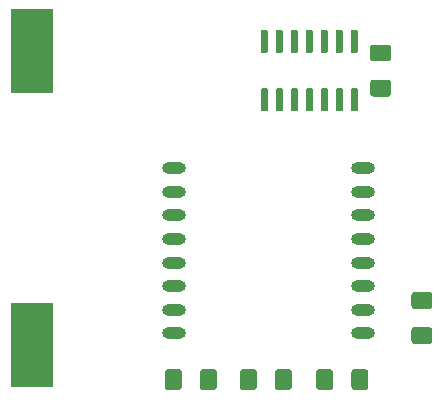
<source format=gbr>
G04 #@! TF.GenerationSoftware,KiCad,Pcbnew,5.1.5*
G04 #@! TF.CreationDate,2020-01-01T11:05:53+01:00*
G04 #@! TF.ProjectId,LORA_ATTINY84,4c4f5241-5f41-4545-9449-4e5938342e6b,rev?*
G04 #@! TF.SameCoordinates,Original*
G04 #@! TF.FileFunction,Paste,Top*
G04 #@! TF.FilePolarity,Positive*
%FSLAX46Y46*%
G04 Gerber Fmt 4.6, Leading zero omitted, Abs format (unit mm)*
G04 Created by KiCad (PCBNEW 5.1.5) date 2020-01-01 11:05:53*
%MOMM*%
%LPD*%
G04 APERTURE LIST*
%ADD10C,0.100000*%
%ADD11R,3.600000X7.100000*%
%ADD12O,2.000000X1.000000*%
G04 APERTURE END LIST*
D10*
G36*
X90184504Y-68921204D02*
G01*
X90208773Y-68924804D01*
X90232571Y-68930765D01*
X90255671Y-68939030D01*
X90277849Y-68949520D01*
X90298893Y-68962133D01*
X90318598Y-68976747D01*
X90336777Y-68993223D01*
X90353253Y-69011402D01*
X90367867Y-69031107D01*
X90380480Y-69052151D01*
X90390970Y-69074329D01*
X90399235Y-69097429D01*
X90405196Y-69121227D01*
X90408796Y-69145496D01*
X90410000Y-69170000D01*
X90410000Y-70095000D01*
X90408796Y-70119504D01*
X90405196Y-70143773D01*
X90399235Y-70167571D01*
X90390970Y-70190671D01*
X90380480Y-70212849D01*
X90367867Y-70233893D01*
X90353253Y-70253598D01*
X90336777Y-70271777D01*
X90318598Y-70288253D01*
X90298893Y-70302867D01*
X90277849Y-70315480D01*
X90255671Y-70325970D01*
X90232571Y-70334235D01*
X90208773Y-70340196D01*
X90184504Y-70343796D01*
X90160000Y-70345000D01*
X88910000Y-70345000D01*
X88885496Y-70343796D01*
X88861227Y-70340196D01*
X88837429Y-70334235D01*
X88814329Y-70325970D01*
X88792151Y-70315480D01*
X88771107Y-70302867D01*
X88751402Y-70288253D01*
X88733223Y-70271777D01*
X88716747Y-70253598D01*
X88702133Y-70233893D01*
X88689520Y-70212849D01*
X88679030Y-70190671D01*
X88670765Y-70167571D01*
X88664804Y-70143773D01*
X88661204Y-70119504D01*
X88660000Y-70095000D01*
X88660000Y-69170000D01*
X88661204Y-69145496D01*
X88664804Y-69121227D01*
X88670765Y-69097429D01*
X88679030Y-69074329D01*
X88689520Y-69052151D01*
X88702133Y-69031107D01*
X88716747Y-69011402D01*
X88733223Y-68993223D01*
X88751402Y-68976747D01*
X88771107Y-68962133D01*
X88792151Y-68949520D01*
X88814329Y-68939030D01*
X88837429Y-68930765D01*
X88861227Y-68924804D01*
X88885496Y-68921204D01*
X88910000Y-68920000D01*
X90160000Y-68920000D01*
X90184504Y-68921204D01*
G37*
G36*
X90184504Y-71896204D02*
G01*
X90208773Y-71899804D01*
X90232571Y-71905765D01*
X90255671Y-71914030D01*
X90277849Y-71924520D01*
X90298893Y-71937133D01*
X90318598Y-71951747D01*
X90336777Y-71968223D01*
X90353253Y-71986402D01*
X90367867Y-72006107D01*
X90380480Y-72027151D01*
X90390970Y-72049329D01*
X90399235Y-72072429D01*
X90405196Y-72096227D01*
X90408796Y-72120496D01*
X90410000Y-72145000D01*
X90410000Y-73070000D01*
X90408796Y-73094504D01*
X90405196Y-73118773D01*
X90399235Y-73142571D01*
X90390970Y-73165671D01*
X90380480Y-73187849D01*
X90367867Y-73208893D01*
X90353253Y-73228598D01*
X90336777Y-73246777D01*
X90318598Y-73263253D01*
X90298893Y-73277867D01*
X90277849Y-73290480D01*
X90255671Y-73300970D01*
X90232571Y-73309235D01*
X90208773Y-73315196D01*
X90184504Y-73318796D01*
X90160000Y-73320000D01*
X88910000Y-73320000D01*
X88885496Y-73318796D01*
X88861227Y-73315196D01*
X88837429Y-73309235D01*
X88814329Y-73300970D01*
X88792151Y-73290480D01*
X88771107Y-73277867D01*
X88751402Y-73263253D01*
X88733223Y-73246777D01*
X88716747Y-73228598D01*
X88702133Y-73208893D01*
X88689520Y-73187849D01*
X88679030Y-73165671D01*
X88670765Y-73142571D01*
X88664804Y-73118773D01*
X88661204Y-73094504D01*
X88660000Y-73070000D01*
X88660000Y-72145000D01*
X88661204Y-72120496D01*
X88664804Y-72096227D01*
X88670765Y-72072429D01*
X88679030Y-72049329D01*
X88689520Y-72027151D01*
X88702133Y-72006107D01*
X88716747Y-71986402D01*
X88733223Y-71968223D01*
X88751402Y-71951747D01*
X88771107Y-71937133D01*
X88792151Y-71924520D01*
X88814329Y-71914030D01*
X88837429Y-71905765D01*
X88861227Y-71899804D01*
X88885496Y-71896204D01*
X88910000Y-71895000D01*
X90160000Y-71895000D01*
X90184504Y-71896204D01*
G37*
G36*
X84778504Y-75453204D02*
G01*
X84802773Y-75456804D01*
X84826571Y-75462765D01*
X84849671Y-75471030D01*
X84871849Y-75481520D01*
X84892893Y-75494133D01*
X84912598Y-75508747D01*
X84930777Y-75525223D01*
X84947253Y-75543402D01*
X84961867Y-75563107D01*
X84974480Y-75584151D01*
X84984970Y-75606329D01*
X84993235Y-75629429D01*
X84999196Y-75653227D01*
X85002796Y-75677496D01*
X85004000Y-75702000D01*
X85004000Y-76952000D01*
X85002796Y-76976504D01*
X84999196Y-77000773D01*
X84993235Y-77024571D01*
X84984970Y-77047671D01*
X84974480Y-77069849D01*
X84961867Y-77090893D01*
X84947253Y-77110598D01*
X84930777Y-77128777D01*
X84912598Y-77145253D01*
X84892893Y-77159867D01*
X84871849Y-77172480D01*
X84849671Y-77182970D01*
X84826571Y-77191235D01*
X84802773Y-77197196D01*
X84778504Y-77200796D01*
X84754000Y-77202000D01*
X83829000Y-77202000D01*
X83804496Y-77200796D01*
X83780227Y-77197196D01*
X83756429Y-77191235D01*
X83733329Y-77182970D01*
X83711151Y-77172480D01*
X83690107Y-77159867D01*
X83670402Y-77145253D01*
X83652223Y-77128777D01*
X83635747Y-77110598D01*
X83621133Y-77090893D01*
X83608520Y-77069849D01*
X83598030Y-77047671D01*
X83589765Y-77024571D01*
X83583804Y-77000773D01*
X83580204Y-76976504D01*
X83579000Y-76952000D01*
X83579000Y-75702000D01*
X83580204Y-75677496D01*
X83583804Y-75653227D01*
X83589765Y-75629429D01*
X83598030Y-75606329D01*
X83608520Y-75584151D01*
X83621133Y-75563107D01*
X83635747Y-75543402D01*
X83652223Y-75525223D01*
X83670402Y-75508747D01*
X83690107Y-75494133D01*
X83711151Y-75481520D01*
X83733329Y-75471030D01*
X83756429Y-75462765D01*
X83780227Y-75456804D01*
X83804496Y-75453204D01*
X83829000Y-75452000D01*
X84754000Y-75452000D01*
X84778504Y-75453204D01*
G37*
G36*
X81803504Y-75453204D02*
G01*
X81827773Y-75456804D01*
X81851571Y-75462765D01*
X81874671Y-75471030D01*
X81896849Y-75481520D01*
X81917893Y-75494133D01*
X81937598Y-75508747D01*
X81955777Y-75525223D01*
X81972253Y-75543402D01*
X81986867Y-75563107D01*
X81999480Y-75584151D01*
X82009970Y-75606329D01*
X82018235Y-75629429D01*
X82024196Y-75653227D01*
X82027796Y-75677496D01*
X82029000Y-75702000D01*
X82029000Y-76952000D01*
X82027796Y-76976504D01*
X82024196Y-77000773D01*
X82018235Y-77024571D01*
X82009970Y-77047671D01*
X81999480Y-77069849D01*
X81986867Y-77090893D01*
X81972253Y-77110598D01*
X81955777Y-77128777D01*
X81937598Y-77145253D01*
X81917893Y-77159867D01*
X81896849Y-77172480D01*
X81874671Y-77182970D01*
X81851571Y-77191235D01*
X81827773Y-77197196D01*
X81803504Y-77200796D01*
X81779000Y-77202000D01*
X80854000Y-77202000D01*
X80829496Y-77200796D01*
X80805227Y-77197196D01*
X80781429Y-77191235D01*
X80758329Y-77182970D01*
X80736151Y-77172480D01*
X80715107Y-77159867D01*
X80695402Y-77145253D01*
X80677223Y-77128777D01*
X80660747Y-77110598D01*
X80646133Y-77090893D01*
X80633520Y-77069849D01*
X80623030Y-77047671D01*
X80614765Y-77024571D01*
X80608804Y-77000773D01*
X80605204Y-76976504D01*
X80604000Y-76952000D01*
X80604000Y-75702000D01*
X80605204Y-75677496D01*
X80608804Y-75653227D01*
X80614765Y-75629429D01*
X80623030Y-75606329D01*
X80633520Y-75584151D01*
X80646133Y-75563107D01*
X80660747Y-75543402D01*
X80677223Y-75525223D01*
X80695402Y-75508747D01*
X80715107Y-75494133D01*
X80736151Y-75481520D01*
X80758329Y-75471030D01*
X80781429Y-75462765D01*
X80805227Y-75456804D01*
X80829496Y-75453204D01*
X80854000Y-75452000D01*
X81779000Y-75452000D01*
X81803504Y-75453204D01*
G37*
G36*
X86692004Y-50941204D02*
G01*
X86716273Y-50944804D01*
X86740071Y-50950765D01*
X86763171Y-50959030D01*
X86785349Y-50969520D01*
X86806393Y-50982133D01*
X86826098Y-50996747D01*
X86844277Y-51013223D01*
X86860753Y-51031402D01*
X86875367Y-51051107D01*
X86887980Y-51072151D01*
X86898470Y-51094329D01*
X86906735Y-51117429D01*
X86912696Y-51141227D01*
X86916296Y-51165496D01*
X86917500Y-51190000D01*
X86917500Y-52115000D01*
X86916296Y-52139504D01*
X86912696Y-52163773D01*
X86906735Y-52187571D01*
X86898470Y-52210671D01*
X86887980Y-52232849D01*
X86875367Y-52253893D01*
X86860753Y-52273598D01*
X86844277Y-52291777D01*
X86826098Y-52308253D01*
X86806393Y-52322867D01*
X86785349Y-52335480D01*
X86763171Y-52345970D01*
X86740071Y-52354235D01*
X86716273Y-52360196D01*
X86692004Y-52363796D01*
X86667500Y-52365000D01*
X85417500Y-52365000D01*
X85392996Y-52363796D01*
X85368727Y-52360196D01*
X85344929Y-52354235D01*
X85321829Y-52345970D01*
X85299651Y-52335480D01*
X85278607Y-52322867D01*
X85258902Y-52308253D01*
X85240723Y-52291777D01*
X85224247Y-52273598D01*
X85209633Y-52253893D01*
X85197020Y-52232849D01*
X85186530Y-52210671D01*
X85178265Y-52187571D01*
X85172304Y-52163773D01*
X85168704Y-52139504D01*
X85167500Y-52115000D01*
X85167500Y-51190000D01*
X85168704Y-51165496D01*
X85172304Y-51141227D01*
X85178265Y-51117429D01*
X85186530Y-51094329D01*
X85197020Y-51072151D01*
X85209633Y-51051107D01*
X85224247Y-51031402D01*
X85240723Y-51013223D01*
X85258902Y-50996747D01*
X85278607Y-50982133D01*
X85299651Y-50969520D01*
X85321829Y-50959030D01*
X85344929Y-50950765D01*
X85368727Y-50944804D01*
X85392996Y-50941204D01*
X85417500Y-50940000D01*
X86667500Y-50940000D01*
X86692004Y-50941204D01*
G37*
G36*
X86692004Y-47966204D02*
G01*
X86716273Y-47969804D01*
X86740071Y-47975765D01*
X86763171Y-47984030D01*
X86785349Y-47994520D01*
X86806393Y-48007133D01*
X86826098Y-48021747D01*
X86844277Y-48038223D01*
X86860753Y-48056402D01*
X86875367Y-48076107D01*
X86887980Y-48097151D01*
X86898470Y-48119329D01*
X86906735Y-48142429D01*
X86912696Y-48166227D01*
X86916296Y-48190496D01*
X86917500Y-48215000D01*
X86917500Y-49140000D01*
X86916296Y-49164504D01*
X86912696Y-49188773D01*
X86906735Y-49212571D01*
X86898470Y-49235671D01*
X86887980Y-49257849D01*
X86875367Y-49278893D01*
X86860753Y-49298598D01*
X86844277Y-49316777D01*
X86826098Y-49333253D01*
X86806393Y-49347867D01*
X86785349Y-49360480D01*
X86763171Y-49370970D01*
X86740071Y-49379235D01*
X86716273Y-49385196D01*
X86692004Y-49388796D01*
X86667500Y-49390000D01*
X85417500Y-49390000D01*
X85392996Y-49388796D01*
X85368727Y-49385196D01*
X85344929Y-49379235D01*
X85321829Y-49370970D01*
X85299651Y-49360480D01*
X85278607Y-49347867D01*
X85258902Y-49333253D01*
X85240723Y-49316777D01*
X85224247Y-49298598D01*
X85209633Y-49278893D01*
X85197020Y-49257849D01*
X85186530Y-49235671D01*
X85178265Y-49212571D01*
X85172304Y-49188773D01*
X85168704Y-49164504D01*
X85167500Y-49140000D01*
X85167500Y-48215000D01*
X85168704Y-48190496D01*
X85172304Y-48166227D01*
X85178265Y-48142429D01*
X85186530Y-48119329D01*
X85197020Y-48097151D01*
X85209633Y-48076107D01*
X85224247Y-48056402D01*
X85240723Y-48038223D01*
X85258902Y-48021747D01*
X85278607Y-48007133D01*
X85299651Y-47994520D01*
X85321829Y-47984030D01*
X85344929Y-47975765D01*
X85368727Y-47969804D01*
X85392996Y-47966204D01*
X85417500Y-47965000D01*
X86667500Y-47965000D01*
X86692004Y-47966204D01*
G37*
G36*
X78301504Y-75453204D02*
G01*
X78325773Y-75456804D01*
X78349571Y-75462765D01*
X78372671Y-75471030D01*
X78394849Y-75481520D01*
X78415893Y-75494133D01*
X78435598Y-75508747D01*
X78453777Y-75525223D01*
X78470253Y-75543402D01*
X78484867Y-75563107D01*
X78497480Y-75584151D01*
X78507970Y-75606329D01*
X78516235Y-75629429D01*
X78522196Y-75653227D01*
X78525796Y-75677496D01*
X78527000Y-75702000D01*
X78527000Y-76952000D01*
X78525796Y-76976504D01*
X78522196Y-77000773D01*
X78516235Y-77024571D01*
X78507970Y-77047671D01*
X78497480Y-77069849D01*
X78484867Y-77090893D01*
X78470253Y-77110598D01*
X78453777Y-77128777D01*
X78435598Y-77145253D01*
X78415893Y-77159867D01*
X78394849Y-77172480D01*
X78372671Y-77182970D01*
X78349571Y-77191235D01*
X78325773Y-77197196D01*
X78301504Y-77200796D01*
X78277000Y-77202000D01*
X77352000Y-77202000D01*
X77327496Y-77200796D01*
X77303227Y-77197196D01*
X77279429Y-77191235D01*
X77256329Y-77182970D01*
X77234151Y-77172480D01*
X77213107Y-77159867D01*
X77193402Y-77145253D01*
X77175223Y-77128777D01*
X77158747Y-77110598D01*
X77144133Y-77090893D01*
X77131520Y-77069849D01*
X77121030Y-77047671D01*
X77112765Y-77024571D01*
X77106804Y-77000773D01*
X77103204Y-76976504D01*
X77102000Y-76952000D01*
X77102000Y-75702000D01*
X77103204Y-75677496D01*
X77106804Y-75653227D01*
X77112765Y-75629429D01*
X77121030Y-75606329D01*
X77131520Y-75584151D01*
X77144133Y-75563107D01*
X77158747Y-75543402D01*
X77175223Y-75525223D01*
X77193402Y-75508747D01*
X77213107Y-75494133D01*
X77234151Y-75481520D01*
X77256329Y-75471030D01*
X77279429Y-75462765D01*
X77303227Y-75456804D01*
X77327496Y-75453204D01*
X77352000Y-75452000D01*
X78277000Y-75452000D01*
X78301504Y-75453204D01*
G37*
G36*
X75326504Y-75453204D02*
G01*
X75350773Y-75456804D01*
X75374571Y-75462765D01*
X75397671Y-75471030D01*
X75419849Y-75481520D01*
X75440893Y-75494133D01*
X75460598Y-75508747D01*
X75478777Y-75525223D01*
X75495253Y-75543402D01*
X75509867Y-75563107D01*
X75522480Y-75584151D01*
X75532970Y-75606329D01*
X75541235Y-75629429D01*
X75547196Y-75653227D01*
X75550796Y-75677496D01*
X75552000Y-75702000D01*
X75552000Y-76952000D01*
X75550796Y-76976504D01*
X75547196Y-77000773D01*
X75541235Y-77024571D01*
X75532970Y-77047671D01*
X75522480Y-77069849D01*
X75509867Y-77090893D01*
X75495253Y-77110598D01*
X75478777Y-77128777D01*
X75460598Y-77145253D01*
X75440893Y-77159867D01*
X75419849Y-77172480D01*
X75397671Y-77182970D01*
X75374571Y-77191235D01*
X75350773Y-77197196D01*
X75326504Y-77200796D01*
X75302000Y-77202000D01*
X74377000Y-77202000D01*
X74352496Y-77200796D01*
X74328227Y-77197196D01*
X74304429Y-77191235D01*
X74281329Y-77182970D01*
X74259151Y-77172480D01*
X74238107Y-77159867D01*
X74218402Y-77145253D01*
X74200223Y-77128777D01*
X74183747Y-77110598D01*
X74169133Y-77090893D01*
X74156520Y-77069849D01*
X74146030Y-77047671D01*
X74137765Y-77024571D01*
X74131804Y-77000773D01*
X74128204Y-76976504D01*
X74127000Y-76952000D01*
X74127000Y-75702000D01*
X74128204Y-75677496D01*
X74131804Y-75653227D01*
X74137765Y-75629429D01*
X74146030Y-75606329D01*
X74156520Y-75584151D01*
X74169133Y-75563107D01*
X74183747Y-75543402D01*
X74200223Y-75525223D01*
X74218402Y-75508747D01*
X74238107Y-75494133D01*
X74259151Y-75481520D01*
X74281329Y-75471030D01*
X74304429Y-75462765D01*
X74328227Y-75456804D01*
X74352496Y-75453204D01*
X74377000Y-75452000D01*
X75302000Y-75452000D01*
X75326504Y-75453204D01*
G37*
G36*
X71951504Y-75453204D02*
G01*
X71975773Y-75456804D01*
X71999571Y-75462765D01*
X72022671Y-75471030D01*
X72044849Y-75481520D01*
X72065893Y-75494133D01*
X72085598Y-75508747D01*
X72103777Y-75525223D01*
X72120253Y-75543402D01*
X72134867Y-75563107D01*
X72147480Y-75584151D01*
X72157970Y-75606329D01*
X72166235Y-75629429D01*
X72172196Y-75653227D01*
X72175796Y-75677496D01*
X72177000Y-75702000D01*
X72177000Y-76952000D01*
X72175796Y-76976504D01*
X72172196Y-77000773D01*
X72166235Y-77024571D01*
X72157970Y-77047671D01*
X72147480Y-77069849D01*
X72134867Y-77090893D01*
X72120253Y-77110598D01*
X72103777Y-77128777D01*
X72085598Y-77145253D01*
X72065893Y-77159867D01*
X72044849Y-77172480D01*
X72022671Y-77182970D01*
X71999571Y-77191235D01*
X71975773Y-77197196D01*
X71951504Y-77200796D01*
X71927000Y-77202000D01*
X71002000Y-77202000D01*
X70977496Y-77200796D01*
X70953227Y-77197196D01*
X70929429Y-77191235D01*
X70906329Y-77182970D01*
X70884151Y-77172480D01*
X70863107Y-77159867D01*
X70843402Y-77145253D01*
X70825223Y-77128777D01*
X70808747Y-77110598D01*
X70794133Y-77090893D01*
X70781520Y-77069849D01*
X70771030Y-77047671D01*
X70762765Y-77024571D01*
X70756804Y-77000773D01*
X70753204Y-76976504D01*
X70752000Y-76952000D01*
X70752000Y-75702000D01*
X70753204Y-75677496D01*
X70756804Y-75653227D01*
X70762765Y-75629429D01*
X70771030Y-75606329D01*
X70781520Y-75584151D01*
X70794133Y-75563107D01*
X70808747Y-75543402D01*
X70825223Y-75525223D01*
X70843402Y-75508747D01*
X70863107Y-75494133D01*
X70884151Y-75481520D01*
X70906329Y-75471030D01*
X70929429Y-75462765D01*
X70953227Y-75456804D01*
X70977496Y-75453204D01*
X71002000Y-75452000D01*
X71927000Y-75452000D01*
X71951504Y-75453204D01*
G37*
G36*
X68976504Y-75453204D02*
G01*
X69000773Y-75456804D01*
X69024571Y-75462765D01*
X69047671Y-75471030D01*
X69069849Y-75481520D01*
X69090893Y-75494133D01*
X69110598Y-75508747D01*
X69128777Y-75525223D01*
X69145253Y-75543402D01*
X69159867Y-75563107D01*
X69172480Y-75584151D01*
X69182970Y-75606329D01*
X69191235Y-75629429D01*
X69197196Y-75653227D01*
X69200796Y-75677496D01*
X69202000Y-75702000D01*
X69202000Y-76952000D01*
X69200796Y-76976504D01*
X69197196Y-77000773D01*
X69191235Y-77024571D01*
X69182970Y-77047671D01*
X69172480Y-77069849D01*
X69159867Y-77090893D01*
X69145253Y-77110598D01*
X69128777Y-77128777D01*
X69110598Y-77145253D01*
X69090893Y-77159867D01*
X69069849Y-77172480D01*
X69047671Y-77182970D01*
X69024571Y-77191235D01*
X69000773Y-77197196D01*
X68976504Y-77200796D01*
X68952000Y-77202000D01*
X68027000Y-77202000D01*
X68002496Y-77200796D01*
X67978227Y-77197196D01*
X67954429Y-77191235D01*
X67931329Y-77182970D01*
X67909151Y-77172480D01*
X67888107Y-77159867D01*
X67868402Y-77145253D01*
X67850223Y-77128777D01*
X67833747Y-77110598D01*
X67819133Y-77090893D01*
X67806520Y-77069849D01*
X67796030Y-77047671D01*
X67787765Y-77024571D01*
X67781804Y-77000773D01*
X67778204Y-76976504D01*
X67777000Y-76952000D01*
X67777000Y-75702000D01*
X67778204Y-75677496D01*
X67781804Y-75653227D01*
X67787765Y-75629429D01*
X67796030Y-75606329D01*
X67806520Y-75584151D01*
X67819133Y-75563107D01*
X67833747Y-75543402D01*
X67850223Y-75525223D01*
X67868402Y-75508747D01*
X67888107Y-75494133D01*
X67909151Y-75481520D01*
X67931329Y-75471030D01*
X67954429Y-75462765D01*
X67978227Y-75456804D01*
X68002496Y-75453204D01*
X68027000Y-75452000D01*
X68952000Y-75452000D01*
X68976504Y-75453204D01*
G37*
D11*
X56515000Y-48514000D03*
X56515000Y-73406000D03*
D10*
G36*
X83984703Y-51665722D02*
G01*
X83999264Y-51667882D01*
X84013543Y-51671459D01*
X84027403Y-51676418D01*
X84040710Y-51682712D01*
X84053336Y-51690280D01*
X84065159Y-51699048D01*
X84076066Y-51708934D01*
X84085952Y-51719841D01*
X84094720Y-51731664D01*
X84102288Y-51744290D01*
X84108582Y-51757597D01*
X84113541Y-51771457D01*
X84117118Y-51785736D01*
X84119278Y-51800297D01*
X84120000Y-51815000D01*
X84120000Y-53465000D01*
X84119278Y-53479703D01*
X84117118Y-53494264D01*
X84113541Y-53508543D01*
X84108582Y-53522403D01*
X84102288Y-53535710D01*
X84094720Y-53548336D01*
X84085952Y-53560159D01*
X84076066Y-53571066D01*
X84065159Y-53580952D01*
X84053336Y-53589720D01*
X84040710Y-53597288D01*
X84027403Y-53603582D01*
X84013543Y-53608541D01*
X83999264Y-53612118D01*
X83984703Y-53614278D01*
X83970000Y-53615000D01*
X83670000Y-53615000D01*
X83655297Y-53614278D01*
X83640736Y-53612118D01*
X83626457Y-53608541D01*
X83612597Y-53603582D01*
X83599290Y-53597288D01*
X83586664Y-53589720D01*
X83574841Y-53580952D01*
X83563934Y-53571066D01*
X83554048Y-53560159D01*
X83545280Y-53548336D01*
X83537712Y-53535710D01*
X83531418Y-53522403D01*
X83526459Y-53508543D01*
X83522882Y-53494264D01*
X83520722Y-53479703D01*
X83520000Y-53465000D01*
X83520000Y-51815000D01*
X83520722Y-51800297D01*
X83522882Y-51785736D01*
X83526459Y-51771457D01*
X83531418Y-51757597D01*
X83537712Y-51744290D01*
X83545280Y-51731664D01*
X83554048Y-51719841D01*
X83563934Y-51708934D01*
X83574841Y-51699048D01*
X83586664Y-51690280D01*
X83599290Y-51682712D01*
X83612597Y-51676418D01*
X83626457Y-51671459D01*
X83640736Y-51667882D01*
X83655297Y-51665722D01*
X83670000Y-51665000D01*
X83970000Y-51665000D01*
X83984703Y-51665722D01*
G37*
G36*
X82714703Y-51665722D02*
G01*
X82729264Y-51667882D01*
X82743543Y-51671459D01*
X82757403Y-51676418D01*
X82770710Y-51682712D01*
X82783336Y-51690280D01*
X82795159Y-51699048D01*
X82806066Y-51708934D01*
X82815952Y-51719841D01*
X82824720Y-51731664D01*
X82832288Y-51744290D01*
X82838582Y-51757597D01*
X82843541Y-51771457D01*
X82847118Y-51785736D01*
X82849278Y-51800297D01*
X82850000Y-51815000D01*
X82850000Y-53465000D01*
X82849278Y-53479703D01*
X82847118Y-53494264D01*
X82843541Y-53508543D01*
X82838582Y-53522403D01*
X82832288Y-53535710D01*
X82824720Y-53548336D01*
X82815952Y-53560159D01*
X82806066Y-53571066D01*
X82795159Y-53580952D01*
X82783336Y-53589720D01*
X82770710Y-53597288D01*
X82757403Y-53603582D01*
X82743543Y-53608541D01*
X82729264Y-53612118D01*
X82714703Y-53614278D01*
X82700000Y-53615000D01*
X82400000Y-53615000D01*
X82385297Y-53614278D01*
X82370736Y-53612118D01*
X82356457Y-53608541D01*
X82342597Y-53603582D01*
X82329290Y-53597288D01*
X82316664Y-53589720D01*
X82304841Y-53580952D01*
X82293934Y-53571066D01*
X82284048Y-53560159D01*
X82275280Y-53548336D01*
X82267712Y-53535710D01*
X82261418Y-53522403D01*
X82256459Y-53508543D01*
X82252882Y-53494264D01*
X82250722Y-53479703D01*
X82250000Y-53465000D01*
X82250000Y-51815000D01*
X82250722Y-51800297D01*
X82252882Y-51785736D01*
X82256459Y-51771457D01*
X82261418Y-51757597D01*
X82267712Y-51744290D01*
X82275280Y-51731664D01*
X82284048Y-51719841D01*
X82293934Y-51708934D01*
X82304841Y-51699048D01*
X82316664Y-51690280D01*
X82329290Y-51682712D01*
X82342597Y-51676418D01*
X82356457Y-51671459D01*
X82370736Y-51667882D01*
X82385297Y-51665722D01*
X82400000Y-51665000D01*
X82700000Y-51665000D01*
X82714703Y-51665722D01*
G37*
G36*
X81444703Y-51665722D02*
G01*
X81459264Y-51667882D01*
X81473543Y-51671459D01*
X81487403Y-51676418D01*
X81500710Y-51682712D01*
X81513336Y-51690280D01*
X81525159Y-51699048D01*
X81536066Y-51708934D01*
X81545952Y-51719841D01*
X81554720Y-51731664D01*
X81562288Y-51744290D01*
X81568582Y-51757597D01*
X81573541Y-51771457D01*
X81577118Y-51785736D01*
X81579278Y-51800297D01*
X81580000Y-51815000D01*
X81580000Y-53465000D01*
X81579278Y-53479703D01*
X81577118Y-53494264D01*
X81573541Y-53508543D01*
X81568582Y-53522403D01*
X81562288Y-53535710D01*
X81554720Y-53548336D01*
X81545952Y-53560159D01*
X81536066Y-53571066D01*
X81525159Y-53580952D01*
X81513336Y-53589720D01*
X81500710Y-53597288D01*
X81487403Y-53603582D01*
X81473543Y-53608541D01*
X81459264Y-53612118D01*
X81444703Y-53614278D01*
X81430000Y-53615000D01*
X81130000Y-53615000D01*
X81115297Y-53614278D01*
X81100736Y-53612118D01*
X81086457Y-53608541D01*
X81072597Y-53603582D01*
X81059290Y-53597288D01*
X81046664Y-53589720D01*
X81034841Y-53580952D01*
X81023934Y-53571066D01*
X81014048Y-53560159D01*
X81005280Y-53548336D01*
X80997712Y-53535710D01*
X80991418Y-53522403D01*
X80986459Y-53508543D01*
X80982882Y-53494264D01*
X80980722Y-53479703D01*
X80980000Y-53465000D01*
X80980000Y-51815000D01*
X80980722Y-51800297D01*
X80982882Y-51785736D01*
X80986459Y-51771457D01*
X80991418Y-51757597D01*
X80997712Y-51744290D01*
X81005280Y-51731664D01*
X81014048Y-51719841D01*
X81023934Y-51708934D01*
X81034841Y-51699048D01*
X81046664Y-51690280D01*
X81059290Y-51682712D01*
X81072597Y-51676418D01*
X81086457Y-51671459D01*
X81100736Y-51667882D01*
X81115297Y-51665722D01*
X81130000Y-51665000D01*
X81430000Y-51665000D01*
X81444703Y-51665722D01*
G37*
G36*
X80174703Y-51665722D02*
G01*
X80189264Y-51667882D01*
X80203543Y-51671459D01*
X80217403Y-51676418D01*
X80230710Y-51682712D01*
X80243336Y-51690280D01*
X80255159Y-51699048D01*
X80266066Y-51708934D01*
X80275952Y-51719841D01*
X80284720Y-51731664D01*
X80292288Y-51744290D01*
X80298582Y-51757597D01*
X80303541Y-51771457D01*
X80307118Y-51785736D01*
X80309278Y-51800297D01*
X80310000Y-51815000D01*
X80310000Y-53465000D01*
X80309278Y-53479703D01*
X80307118Y-53494264D01*
X80303541Y-53508543D01*
X80298582Y-53522403D01*
X80292288Y-53535710D01*
X80284720Y-53548336D01*
X80275952Y-53560159D01*
X80266066Y-53571066D01*
X80255159Y-53580952D01*
X80243336Y-53589720D01*
X80230710Y-53597288D01*
X80217403Y-53603582D01*
X80203543Y-53608541D01*
X80189264Y-53612118D01*
X80174703Y-53614278D01*
X80160000Y-53615000D01*
X79860000Y-53615000D01*
X79845297Y-53614278D01*
X79830736Y-53612118D01*
X79816457Y-53608541D01*
X79802597Y-53603582D01*
X79789290Y-53597288D01*
X79776664Y-53589720D01*
X79764841Y-53580952D01*
X79753934Y-53571066D01*
X79744048Y-53560159D01*
X79735280Y-53548336D01*
X79727712Y-53535710D01*
X79721418Y-53522403D01*
X79716459Y-53508543D01*
X79712882Y-53494264D01*
X79710722Y-53479703D01*
X79710000Y-53465000D01*
X79710000Y-51815000D01*
X79710722Y-51800297D01*
X79712882Y-51785736D01*
X79716459Y-51771457D01*
X79721418Y-51757597D01*
X79727712Y-51744290D01*
X79735280Y-51731664D01*
X79744048Y-51719841D01*
X79753934Y-51708934D01*
X79764841Y-51699048D01*
X79776664Y-51690280D01*
X79789290Y-51682712D01*
X79802597Y-51676418D01*
X79816457Y-51671459D01*
X79830736Y-51667882D01*
X79845297Y-51665722D01*
X79860000Y-51665000D01*
X80160000Y-51665000D01*
X80174703Y-51665722D01*
G37*
G36*
X78904703Y-51665722D02*
G01*
X78919264Y-51667882D01*
X78933543Y-51671459D01*
X78947403Y-51676418D01*
X78960710Y-51682712D01*
X78973336Y-51690280D01*
X78985159Y-51699048D01*
X78996066Y-51708934D01*
X79005952Y-51719841D01*
X79014720Y-51731664D01*
X79022288Y-51744290D01*
X79028582Y-51757597D01*
X79033541Y-51771457D01*
X79037118Y-51785736D01*
X79039278Y-51800297D01*
X79040000Y-51815000D01*
X79040000Y-53465000D01*
X79039278Y-53479703D01*
X79037118Y-53494264D01*
X79033541Y-53508543D01*
X79028582Y-53522403D01*
X79022288Y-53535710D01*
X79014720Y-53548336D01*
X79005952Y-53560159D01*
X78996066Y-53571066D01*
X78985159Y-53580952D01*
X78973336Y-53589720D01*
X78960710Y-53597288D01*
X78947403Y-53603582D01*
X78933543Y-53608541D01*
X78919264Y-53612118D01*
X78904703Y-53614278D01*
X78890000Y-53615000D01*
X78590000Y-53615000D01*
X78575297Y-53614278D01*
X78560736Y-53612118D01*
X78546457Y-53608541D01*
X78532597Y-53603582D01*
X78519290Y-53597288D01*
X78506664Y-53589720D01*
X78494841Y-53580952D01*
X78483934Y-53571066D01*
X78474048Y-53560159D01*
X78465280Y-53548336D01*
X78457712Y-53535710D01*
X78451418Y-53522403D01*
X78446459Y-53508543D01*
X78442882Y-53494264D01*
X78440722Y-53479703D01*
X78440000Y-53465000D01*
X78440000Y-51815000D01*
X78440722Y-51800297D01*
X78442882Y-51785736D01*
X78446459Y-51771457D01*
X78451418Y-51757597D01*
X78457712Y-51744290D01*
X78465280Y-51731664D01*
X78474048Y-51719841D01*
X78483934Y-51708934D01*
X78494841Y-51699048D01*
X78506664Y-51690280D01*
X78519290Y-51682712D01*
X78532597Y-51676418D01*
X78546457Y-51671459D01*
X78560736Y-51667882D01*
X78575297Y-51665722D01*
X78590000Y-51665000D01*
X78890000Y-51665000D01*
X78904703Y-51665722D01*
G37*
G36*
X77634703Y-51665722D02*
G01*
X77649264Y-51667882D01*
X77663543Y-51671459D01*
X77677403Y-51676418D01*
X77690710Y-51682712D01*
X77703336Y-51690280D01*
X77715159Y-51699048D01*
X77726066Y-51708934D01*
X77735952Y-51719841D01*
X77744720Y-51731664D01*
X77752288Y-51744290D01*
X77758582Y-51757597D01*
X77763541Y-51771457D01*
X77767118Y-51785736D01*
X77769278Y-51800297D01*
X77770000Y-51815000D01*
X77770000Y-53465000D01*
X77769278Y-53479703D01*
X77767118Y-53494264D01*
X77763541Y-53508543D01*
X77758582Y-53522403D01*
X77752288Y-53535710D01*
X77744720Y-53548336D01*
X77735952Y-53560159D01*
X77726066Y-53571066D01*
X77715159Y-53580952D01*
X77703336Y-53589720D01*
X77690710Y-53597288D01*
X77677403Y-53603582D01*
X77663543Y-53608541D01*
X77649264Y-53612118D01*
X77634703Y-53614278D01*
X77620000Y-53615000D01*
X77320000Y-53615000D01*
X77305297Y-53614278D01*
X77290736Y-53612118D01*
X77276457Y-53608541D01*
X77262597Y-53603582D01*
X77249290Y-53597288D01*
X77236664Y-53589720D01*
X77224841Y-53580952D01*
X77213934Y-53571066D01*
X77204048Y-53560159D01*
X77195280Y-53548336D01*
X77187712Y-53535710D01*
X77181418Y-53522403D01*
X77176459Y-53508543D01*
X77172882Y-53494264D01*
X77170722Y-53479703D01*
X77170000Y-53465000D01*
X77170000Y-51815000D01*
X77170722Y-51800297D01*
X77172882Y-51785736D01*
X77176459Y-51771457D01*
X77181418Y-51757597D01*
X77187712Y-51744290D01*
X77195280Y-51731664D01*
X77204048Y-51719841D01*
X77213934Y-51708934D01*
X77224841Y-51699048D01*
X77236664Y-51690280D01*
X77249290Y-51682712D01*
X77262597Y-51676418D01*
X77276457Y-51671459D01*
X77290736Y-51667882D01*
X77305297Y-51665722D01*
X77320000Y-51665000D01*
X77620000Y-51665000D01*
X77634703Y-51665722D01*
G37*
G36*
X76364703Y-51665722D02*
G01*
X76379264Y-51667882D01*
X76393543Y-51671459D01*
X76407403Y-51676418D01*
X76420710Y-51682712D01*
X76433336Y-51690280D01*
X76445159Y-51699048D01*
X76456066Y-51708934D01*
X76465952Y-51719841D01*
X76474720Y-51731664D01*
X76482288Y-51744290D01*
X76488582Y-51757597D01*
X76493541Y-51771457D01*
X76497118Y-51785736D01*
X76499278Y-51800297D01*
X76500000Y-51815000D01*
X76500000Y-53465000D01*
X76499278Y-53479703D01*
X76497118Y-53494264D01*
X76493541Y-53508543D01*
X76488582Y-53522403D01*
X76482288Y-53535710D01*
X76474720Y-53548336D01*
X76465952Y-53560159D01*
X76456066Y-53571066D01*
X76445159Y-53580952D01*
X76433336Y-53589720D01*
X76420710Y-53597288D01*
X76407403Y-53603582D01*
X76393543Y-53608541D01*
X76379264Y-53612118D01*
X76364703Y-53614278D01*
X76350000Y-53615000D01*
X76050000Y-53615000D01*
X76035297Y-53614278D01*
X76020736Y-53612118D01*
X76006457Y-53608541D01*
X75992597Y-53603582D01*
X75979290Y-53597288D01*
X75966664Y-53589720D01*
X75954841Y-53580952D01*
X75943934Y-53571066D01*
X75934048Y-53560159D01*
X75925280Y-53548336D01*
X75917712Y-53535710D01*
X75911418Y-53522403D01*
X75906459Y-53508543D01*
X75902882Y-53494264D01*
X75900722Y-53479703D01*
X75900000Y-53465000D01*
X75900000Y-51815000D01*
X75900722Y-51800297D01*
X75902882Y-51785736D01*
X75906459Y-51771457D01*
X75911418Y-51757597D01*
X75917712Y-51744290D01*
X75925280Y-51731664D01*
X75934048Y-51719841D01*
X75943934Y-51708934D01*
X75954841Y-51699048D01*
X75966664Y-51690280D01*
X75979290Y-51682712D01*
X75992597Y-51676418D01*
X76006457Y-51671459D01*
X76020736Y-51667882D01*
X76035297Y-51665722D01*
X76050000Y-51665000D01*
X76350000Y-51665000D01*
X76364703Y-51665722D01*
G37*
G36*
X76364703Y-46715722D02*
G01*
X76379264Y-46717882D01*
X76393543Y-46721459D01*
X76407403Y-46726418D01*
X76420710Y-46732712D01*
X76433336Y-46740280D01*
X76445159Y-46749048D01*
X76456066Y-46758934D01*
X76465952Y-46769841D01*
X76474720Y-46781664D01*
X76482288Y-46794290D01*
X76488582Y-46807597D01*
X76493541Y-46821457D01*
X76497118Y-46835736D01*
X76499278Y-46850297D01*
X76500000Y-46865000D01*
X76500000Y-48515000D01*
X76499278Y-48529703D01*
X76497118Y-48544264D01*
X76493541Y-48558543D01*
X76488582Y-48572403D01*
X76482288Y-48585710D01*
X76474720Y-48598336D01*
X76465952Y-48610159D01*
X76456066Y-48621066D01*
X76445159Y-48630952D01*
X76433336Y-48639720D01*
X76420710Y-48647288D01*
X76407403Y-48653582D01*
X76393543Y-48658541D01*
X76379264Y-48662118D01*
X76364703Y-48664278D01*
X76350000Y-48665000D01*
X76050000Y-48665000D01*
X76035297Y-48664278D01*
X76020736Y-48662118D01*
X76006457Y-48658541D01*
X75992597Y-48653582D01*
X75979290Y-48647288D01*
X75966664Y-48639720D01*
X75954841Y-48630952D01*
X75943934Y-48621066D01*
X75934048Y-48610159D01*
X75925280Y-48598336D01*
X75917712Y-48585710D01*
X75911418Y-48572403D01*
X75906459Y-48558543D01*
X75902882Y-48544264D01*
X75900722Y-48529703D01*
X75900000Y-48515000D01*
X75900000Y-46865000D01*
X75900722Y-46850297D01*
X75902882Y-46835736D01*
X75906459Y-46821457D01*
X75911418Y-46807597D01*
X75917712Y-46794290D01*
X75925280Y-46781664D01*
X75934048Y-46769841D01*
X75943934Y-46758934D01*
X75954841Y-46749048D01*
X75966664Y-46740280D01*
X75979290Y-46732712D01*
X75992597Y-46726418D01*
X76006457Y-46721459D01*
X76020736Y-46717882D01*
X76035297Y-46715722D01*
X76050000Y-46715000D01*
X76350000Y-46715000D01*
X76364703Y-46715722D01*
G37*
G36*
X77634703Y-46715722D02*
G01*
X77649264Y-46717882D01*
X77663543Y-46721459D01*
X77677403Y-46726418D01*
X77690710Y-46732712D01*
X77703336Y-46740280D01*
X77715159Y-46749048D01*
X77726066Y-46758934D01*
X77735952Y-46769841D01*
X77744720Y-46781664D01*
X77752288Y-46794290D01*
X77758582Y-46807597D01*
X77763541Y-46821457D01*
X77767118Y-46835736D01*
X77769278Y-46850297D01*
X77770000Y-46865000D01*
X77770000Y-48515000D01*
X77769278Y-48529703D01*
X77767118Y-48544264D01*
X77763541Y-48558543D01*
X77758582Y-48572403D01*
X77752288Y-48585710D01*
X77744720Y-48598336D01*
X77735952Y-48610159D01*
X77726066Y-48621066D01*
X77715159Y-48630952D01*
X77703336Y-48639720D01*
X77690710Y-48647288D01*
X77677403Y-48653582D01*
X77663543Y-48658541D01*
X77649264Y-48662118D01*
X77634703Y-48664278D01*
X77620000Y-48665000D01*
X77320000Y-48665000D01*
X77305297Y-48664278D01*
X77290736Y-48662118D01*
X77276457Y-48658541D01*
X77262597Y-48653582D01*
X77249290Y-48647288D01*
X77236664Y-48639720D01*
X77224841Y-48630952D01*
X77213934Y-48621066D01*
X77204048Y-48610159D01*
X77195280Y-48598336D01*
X77187712Y-48585710D01*
X77181418Y-48572403D01*
X77176459Y-48558543D01*
X77172882Y-48544264D01*
X77170722Y-48529703D01*
X77170000Y-48515000D01*
X77170000Y-46865000D01*
X77170722Y-46850297D01*
X77172882Y-46835736D01*
X77176459Y-46821457D01*
X77181418Y-46807597D01*
X77187712Y-46794290D01*
X77195280Y-46781664D01*
X77204048Y-46769841D01*
X77213934Y-46758934D01*
X77224841Y-46749048D01*
X77236664Y-46740280D01*
X77249290Y-46732712D01*
X77262597Y-46726418D01*
X77276457Y-46721459D01*
X77290736Y-46717882D01*
X77305297Y-46715722D01*
X77320000Y-46715000D01*
X77620000Y-46715000D01*
X77634703Y-46715722D01*
G37*
G36*
X78904703Y-46715722D02*
G01*
X78919264Y-46717882D01*
X78933543Y-46721459D01*
X78947403Y-46726418D01*
X78960710Y-46732712D01*
X78973336Y-46740280D01*
X78985159Y-46749048D01*
X78996066Y-46758934D01*
X79005952Y-46769841D01*
X79014720Y-46781664D01*
X79022288Y-46794290D01*
X79028582Y-46807597D01*
X79033541Y-46821457D01*
X79037118Y-46835736D01*
X79039278Y-46850297D01*
X79040000Y-46865000D01*
X79040000Y-48515000D01*
X79039278Y-48529703D01*
X79037118Y-48544264D01*
X79033541Y-48558543D01*
X79028582Y-48572403D01*
X79022288Y-48585710D01*
X79014720Y-48598336D01*
X79005952Y-48610159D01*
X78996066Y-48621066D01*
X78985159Y-48630952D01*
X78973336Y-48639720D01*
X78960710Y-48647288D01*
X78947403Y-48653582D01*
X78933543Y-48658541D01*
X78919264Y-48662118D01*
X78904703Y-48664278D01*
X78890000Y-48665000D01*
X78590000Y-48665000D01*
X78575297Y-48664278D01*
X78560736Y-48662118D01*
X78546457Y-48658541D01*
X78532597Y-48653582D01*
X78519290Y-48647288D01*
X78506664Y-48639720D01*
X78494841Y-48630952D01*
X78483934Y-48621066D01*
X78474048Y-48610159D01*
X78465280Y-48598336D01*
X78457712Y-48585710D01*
X78451418Y-48572403D01*
X78446459Y-48558543D01*
X78442882Y-48544264D01*
X78440722Y-48529703D01*
X78440000Y-48515000D01*
X78440000Y-46865000D01*
X78440722Y-46850297D01*
X78442882Y-46835736D01*
X78446459Y-46821457D01*
X78451418Y-46807597D01*
X78457712Y-46794290D01*
X78465280Y-46781664D01*
X78474048Y-46769841D01*
X78483934Y-46758934D01*
X78494841Y-46749048D01*
X78506664Y-46740280D01*
X78519290Y-46732712D01*
X78532597Y-46726418D01*
X78546457Y-46721459D01*
X78560736Y-46717882D01*
X78575297Y-46715722D01*
X78590000Y-46715000D01*
X78890000Y-46715000D01*
X78904703Y-46715722D01*
G37*
G36*
X80174703Y-46715722D02*
G01*
X80189264Y-46717882D01*
X80203543Y-46721459D01*
X80217403Y-46726418D01*
X80230710Y-46732712D01*
X80243336Y-46740280D01*
X80255159Y-46749048D01*
X80266066Y-46758934D01*
X80275952Y-46769841D01*
X80284720Y-46781664D01*
X80292288Y-46794290D01*
X80298582Y-46807597D01*
X80303541Y-46821457D01*
X80307118Y-46835736D01*
X80309278Y-46850297D01*
X80310000Y-46865000D01*
X80310000Y-48515000D01*
X80309278Y-48529703D01*
X80307118Y-48544264D01*
X80303541Y-48558543D01*
X80298582Y-48572403D01*
X80292288Y-48585710D01*
X80284720Y-48598336D01*
X80275952Y-48610159D01*
X80266066Y-48621066D01*
X80255159Y-48630952D01*
X80243336Y-48639720D01*
X80230710Y-48647288D01*
X80217403Y-48653582D01*
X80203543Y-48658541D01*
X80189264Y-48662118D01*
X80174703Y-48664278D01*
X80160000Y-48665000D01*
X79860000Y-48665000D01*
X79845297Y-48664278D01*
X79830736Y-48662118D01*
X79816457Y-48658541D01*
X79802597Y-48653582D01*
X79789290Y-48647288D01*
X79776664Y-48639720D01*
X79764841Y-48630952D01*
X79753934Y-48621066D01*
X79744048Y-48610159D01*
X79735280Y-48598336D01*
X79727712Y-48585710D01*
X79721418Y-48572403D01*
X79716459Y-48558543D01*
X79712882Y-48544264D01*
X79710722Y-48529703D01*
X79710000Y-48515000D01*
X79710000Y-46865000D01*
X79710722Y-46850297D01*
X79712882Y-46835736D01*
X79716459Y-46821457D01*
X79721418Y-46807597D01*
X79727712Y-46794290D01*
X79735280Y-46781664D01*
X79744048Y-46769841D01*
X79753934Y-46758934D01*
X79764841Y-46749048D01*
X79776664Y-46740280D01*
X79789290Y-46732712D01*
X79802597Y-46726418D01*
X79816457Y-46721459D01*
X79830736Y-46717882D01*
X79845297Y-46715722D01*
X79860000Y-46715000D01*
X80160000Y-46715000D01*
X80174703Y-46715722D01*
G37*
G36*
X81444703Y-46715722D02*
G01*
X81459264Y-46717882D01*
X81473543Y-46721459D01*
X81487403Y-46726418D01*
X81500710Y-46732712D01*
X81513336Y-46740280D01*
X81525159Y-46749048D01*
X81536066Y-46758934D01*
X81545952Y-46769841D01*
X81554720Y-46781664D01*
X81562288Y-46794290D01*
X81568582Y-46807597D01*
X81573541Y-46821457D01*
X81577118Y-46835736D01*
X81579278Y-46850297D01*
X81580000Y-46865000D01*
X81580000Y-48515000D01*
X81579278Y-48529703D01*
X81577118Y-48544264D01*
X81573541Y-48558543D01*
X81568582Y-48572403D01*
X81562288Y-48585710D01*
X81554720Y-48598336D01*
X81545952Y-48610159D01*
X81536066Y-48621066D01*
X81525159Y-48630952D01*
X81513336Y-48639720D01*
X81500710Y-48647288D01*
X81487403Y-48653582D01*
X81473543Y-48658541D01*
X81459264Y-48662118D01*
X81444703Y-48664278D01*
X81430000Y-48665000D01*
X81130000Y-48665000D01*
X81115297Y-48664278D01*
X81100736Y-48662118D01*
X81086457Y-48658541D01*
X81072597Y-48653582D01*
X81059290Y-48647288D01*
X81046664Y-48639720D01*
X81034841Y-48630952D01*
X81023934Y-48621066D01*
X81014048Y-48610159D01*
X81005280Y-48598336D01*
X80997712Y-48585710D01*
X80991418Y-48572403D01*
X80986459Y-48558543D01*
X80982882Y-48544264D01*
X80980722Y-48529703D01*
X80980000Y-48515000D01*
X80980000Y-46865000D01*
X80980722Y-46850297D01*
X80982882Y-46835736D01*
X80986459Y-46821457D01*
X80991418Y-46807597D01*
X80997712Y-46794290D01*
X81005280Y-46781664D01*
X81014048Y-46769841D01*
X81023934Y-46758934D01*
X81034841Y-46749048D01*
X81046664Y-46740280D01*
X81059290Y-46732712D01*
X81072597Y-46726418D01*
X81086457Y-46721459D01*
X81100736Y-46717882D01*
X81115297Y-46715722D01*
X81130000Y-46715000D01*
X81430000Y-46715000D01*
X81444703Y-46715722D01*
G37*
G36*
X82714703Y-46715722D02*
G01*
X82729264Y-46717882D01*
X82743543Y-46721459D01*
X82757403Y-46726418D01*
X82770710Y-46732712D01*
X82783336Y-46740280D01*
X82795159Y-46749048D01*
X82806066Y-46758934D01*
X82815952Y-46769841D01*
X82824720Y-46781664D01*
X82832288Y-46794290D01*
X82838582Y-46807597D01*
X82843541Y-46821457D01*
X82847118Y-46835736D01*
X82849278Y-46850297D01*
X82850000Y-46865000D01*
X82850000Y-48515000D01*
X82849278Y-48529703D01*
X82847118Y-48544264D01*
X82843541Y-48558543D01*
X82838582Y-48572403D01*
X82832288Y-48585710D01*
X82824720Y-48598336D01*
X82815952Y-48610159D01*
X82806066Y-48621066D01*
X82795159Y-48630952D01*
X82783336Y-48639720D01*
X82770710Y-48647288D01*
X82757403Y-48653582D01*
X82743543Y-48658541D01*
X82729264Y-48662118D01*
X82714703Y-48664278D01*
X82700000Y-48665000D01*
X82400000Y-48665000D01*
X82385297Y-48664278D01*
X82370736Y-48662118D01*
X82356457Y-48658541D01*
X82342597Y-48653582D01*
X82329290Y-48647288D01*
X82316664Y-48639720D01*
X82304841Y-48630952D01*
X82293934Y-48621066D01*
X82284048Y-48610159D01*
X82275280Y-48598336D01*
X82267712Y-48585710D01*
X82261418Y-48572403D01*
X82256459Y-48558543D01*
X82252882Y-48544264D01*
X82250722Y-48529703D01*
X82250000Y-48515000D01*
X82250000Y-46865000D01*
X82250722Y-46850297D01*
X82252882Y-46835736D01*
X82256459Y-46821457D01*
X82261418Y-46807597D01*
X82267712Y-46794290D01*
X82275280Y-46781664D01*
X82284048Y-46769841D01*
X82293934Y-46758934D01*
X82304841Y-46749048D01*
X82316664Y-46740280D01*
X82329290Y-46732712D01*
X82342597Y-46726418D01*
X82356457Y-46721459D01*
X82370736Y-46717882D01*
X82385297Y-46715722D01*
X82400000Y-46715000D01*
X82700000Y-46715000D01*
X82714703Y-46715722D01*
G37*
G36*
X83984703Y-46715722D02*
G01*
X83999264Y-46717882D01*
X84013543Y-46721459D01*
X84027403Y-46726418D01*
X84040710Y-46732712D01*
X84053336Y-46740280D01*
X84065159Y-46749048D01*
X84076066Y-46758934D01*
X84085952Y-46769841D01*
X84094720Y-46781664D01*
X84102288Y-46794290D01*
X84108582Y-46807597D01*
X84113541Y-46821457D01*
X84117118Y-46835736D01*
X84119278Y-46850297D01*
X84120000Y-46865000D01*
X84120000Y-48515000D01*
X84119278Y-48529703D01*
X84117118Y-48544264D01*
X84113541Y-48558543D01*
X84108582Y-48572403D01*
X84102288Y-48585710D01*
X84094720Y-48598336D01*
X84085952Y-48610159D01*
X84076066Y-48621066D01*
X84065159Y-48630952D01*
X84053336Y-48639720D01*
X84040710Y-48647288D01*
X84027403Y-48653582D01*
X84013543Y-48658541D01*
X83999264Y-48662118D01*
X83984703Y-48664278D01*
X83970000Y-48665000D01*
X83670000Y-48665000D01*
X83655297Y-48664278D01*
X83640736Y-48662118D01*
X83626457Y-48658541D01*
X83612597Y-48653582D01*
X83599290Y-48647288D01*
X83586664Y-48639720D01*
X83574841Y-48630952D01*
X83563934Y-48621066D01*
X83554048Y-48610159D01*
X83545280Y-48598336D01*
X83537712Y-48585710D01*
X83531418Y-48572403D01*
X83526459Y-48558543D01*
X83522882Y-48544264D01*
X83520722Y-48529703D01*
X83520000Y-48515000D01*
X83520000Y-46865000D01*
X83520722Y-46850297D01*
X83522882Y-46835736D01*
X83526459Y-46821457D01*
X83531418Y-46807597D01*
X83537712Y-46794290D01*
X83545280Y-46781664D01*
X83554048Y-46769841D01*
X83563934Y-46758934D01*
X83574841Y-46749048D01*
X83586664Y-46740280D01*
X83599290Y-46732712D01*
X83612597Y-46726418D01*
X83626457Y-46721459D01*
X83640736Y-46717882D01*
X83655297Y-46715722D01*
X83670000Y-46715000D01*
X83970000Y-46715000D01*
X83984703Y-46715722D01*
G37*
D12*
X84580000Y-58420000D03*
X84580000Y-60420000D03*
X84580000Y-62420000D03*
X84580000Y-64420000D03*
X84580000Y-66420000D03*
X84580000Y-68420000D03*
X84580000Y-70420000D03*
X84580000Y-72420000D03*
X68580000Y-72420000D03*
X68580000Y-70420000D03*
X68580000Y-68420000D03*
X68580000Y-66420000D03*
X68580000Y-64420000D03*
X68580000Y-62420000D03*
X68580000Y-60420000D03*
X68580000Y-58420000D03*
M02*

</source>
